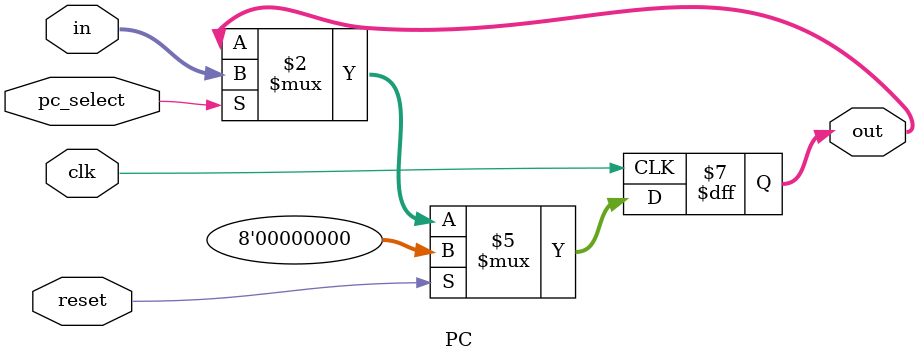
<source format=v>
module PC(in,clk,pc_select,reset,out);
	input [7:0]in;
	input pc_select, clk,reset;
	output reg[7:0]out;

	always @(negedge clk)begin
		if(reset)
			out <= 0;
		else if(pc_select)begin
			out <= in;
		end
	end
endmodule

</source>
